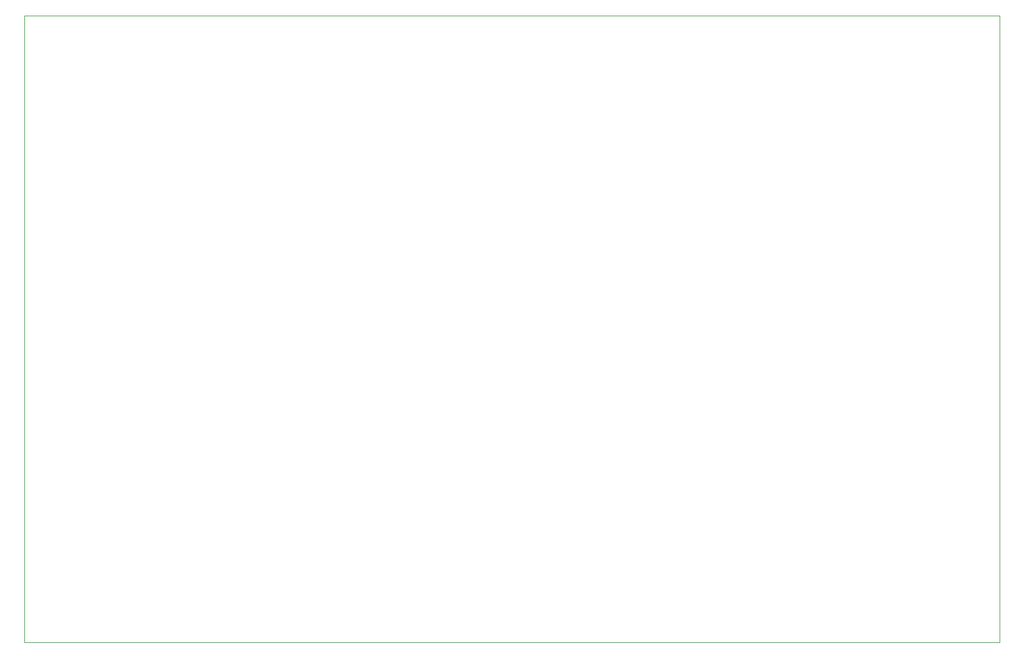
<source format=gbr>
%TF.GenerationSoftware,KiCad,Pcbnew,9.0.5*%
%TF.CreationDate,2025-10-08T01:08:56-04:00*%
%TF.ProjectId,aditi_cat,61646974-695f-4636-9174-2e6b69636164,rev?*%
%TF.SameCoordinates,Original*%
%TF.FileFunction,Profile,NP*%
%FSLAX46Y46*%
G04 Gerber Fmt 4.6, Leading zero omitted, Abs format (unit mm)*
G04 Created by KiCad (PCBNEW 9.0.5) date 2025-10-08 01:08:56*
%MOMM*%
%LPD*%
G01*
G04 APERTURE LIST*
%TA.AperFunction,Profile*%
%ADD10C,0.050000*%
%TD*%
G04 APERTURE END LIST*
D10*
X85725000Y-99060000D02*
X89535000Y-99060000D01*
X85725000Y-190500000D02*
X85725000Y-99060000D01*
X227965000Y-190500000D02*
X85725000Y-190500000D01*
X227965000Y-99060000D02*
X227965000Y-190500000D01*
X89535000Y-99060000D02*
X227965000Y-99060000D01*
M02*

</source>
